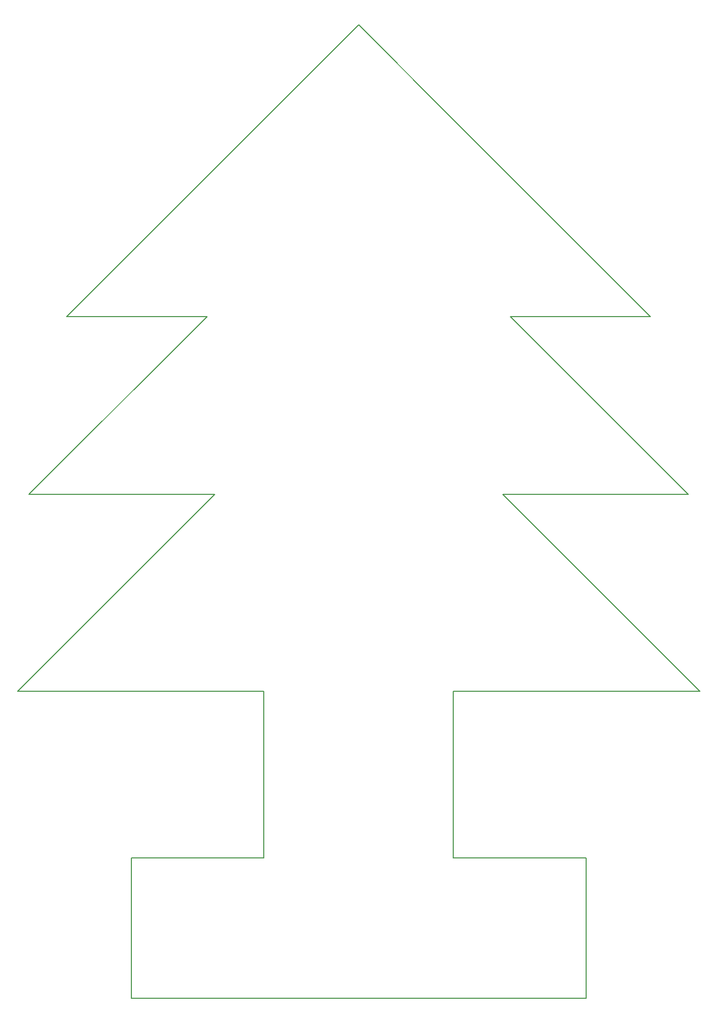
<source format=gbr>
G04 #@! TF.FileFunction,Profile,NP*
%FSLAX46Y46*%
G04 Gerber Fmt 4.6, Leading zero omitted, Abs format (unit mm)*
G04 Created by KiCad (PCBNEW 4.0.6) date Wednesday, September 13, 2017 'PMt' 07:39:43 PM*
%MOMM*%
%LPD*%
G01*
G04 APERTURE LIST*
%ADD10C,0.100000*%
%ADD11C,0.150000*%
G04 APERTURE END LIST*
D10*
D11*
X133350000Y-159385000D02*
X133350000Y-182880000D01*
X57150000Y-159385000D02*
X57150000Y-182880000D01*
X111125000Y-131445000D02*
X152400000Y-131445000D01*
X79375000Y-35560000D02*
X95250000Y-19685000D01*
X111125000Y-35560000D02*
X95250000Y-19685000D01*
X79375000Y-35560000D02*
X46355000Y-68580000D01*
X46355000Y-68580000D02*
X69850000Y-68580000D01*
X69850000Y-68580000D02*
X40005000Y-98425000D01*
X40005000Y-98425000D02*
X71120000Y-98425000D01*
X71120000Y-98425000D02*
X38100000Y-131445000D01*
X38100000Y-131445000D02*
X79375000Y-131445000D01*
X79375000Y-159385000D02*
X79375000Y-131445000D01*
X79375000Y-159385000D02*
X57150000Y-159385000D01*
X144145000Y-68580000D02*
X111125000Y-35560000D01*
X120650000Y-68580000D02*
X144145000Y-68580000D01*
X150495000Y-98425000D02*
X120650000Y-68580000D01*
X119380000Y-98425000D02*
X150495000Y-98425000D01*
X152400000Y-131445000D02*
X119380000Y-98425000D01*
X111125000Y-159385000D02*
X111125000Y-131445000D01*
X133350000Y-159385000D02*
X111125000Y-159385000D01*
X57150000Y-182880000D02*
X133350000Y-182880000D01*
M02*

</source>
